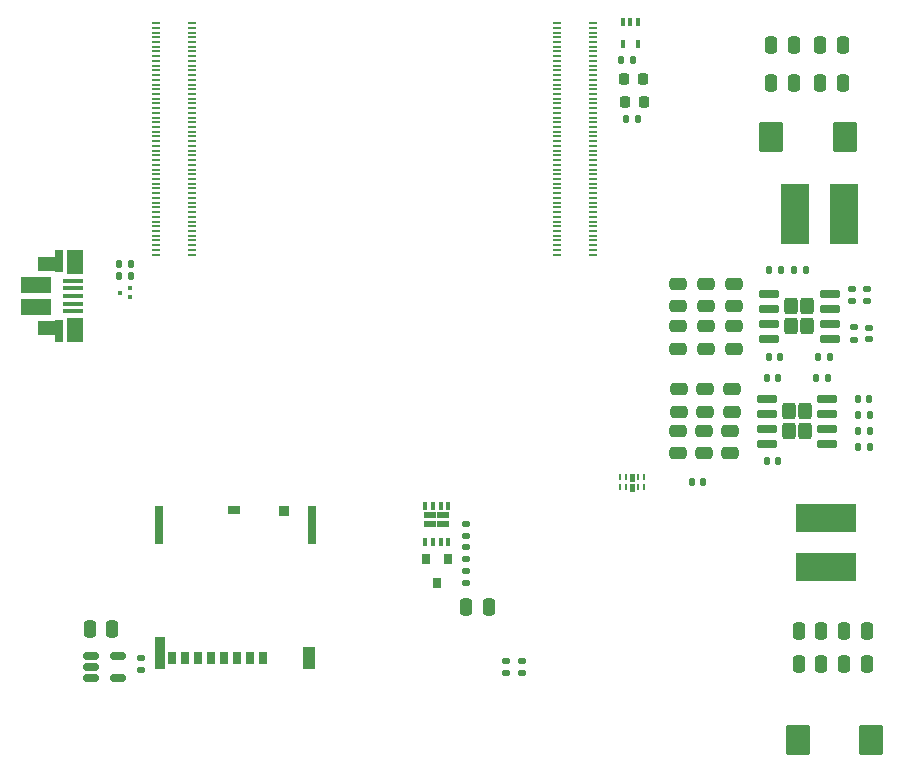
<source format=gtp>
%TF.GenerationSoftware,KiCad,Pcbnew,(5.99.0-11164-g062c4fda62)*%
%TF.CreationDate,2021-09-01T15:58:56+05:30*%
%TF.ProjectId,rpi-cm4-base-carrier,7270692d-636d-4342-9d62-6173652d6361,v01*%
%TF.SameCoordinates,Original*%
%TF.FileFunction,Paste,Top*%
%TF.FilePolarity,Positive*%
%FSLAX46Y46*%
G04 Gerber Fmt 4.6, Leading zero omitted, Abs format (unit mm)*
G04 Created by KiCad (PCBNEW (5.99.0-11164-g062c4fda62)) date 2021-09-01 15:58:56*
%MOMM*%
%LPD*%
G01*
G04 APERTURE LIST*
G04 Aperture macros list*
%AMRoundRect*
0 Rectangle with rounded corners*
0 $1 Rounding radius*
0 $2 $3 $4 $5 $6 $7 $8 $9 X,Y pos of 4 corners*
0 Add a 4 corners polygon primitive as box body*
4,1,4,$2,$3,$4,$5,$6,$7,$8,$9,$2,$3,0*
0 Add four circle primitives for the rounded corners*
1,1,$1+$1,$2,$3*
1,1,$1+$1,$4,$5*
1,1,$1+$1,$6,$7*
1,1,$1+$1,$8,$9*
0 Add four rect primitives between the rounded corners*
20,1,$1+$1,$2,$3,$4,$5,0*
20,1,$1+$1,$4,$5,$6,$7,0*
20,1,$1+$1,$6,$7,$8,$9,0*
20,1,$1+$1,$8,$9,$2,$3,0*%
G04 Aperture macros list end*
%ADD10C,0.010000*%
%ADD11RoundRect,0.250000X-0.475000X0.250000X-0.475000X-0.250000X0.475000X-0.250000X0.475000X0.250000X0*%
%ADD12RoundRect,0.140000X-0.170000X0.140000X-0.170000X-0.140000X0.170000X-0.140000X0.170000X0.140000X0*%
%ADD13RoundRect,0.135000X0.135000X0.185000X-0.135000X0.185000X-0.135000X-0.185000X0.135000X-0.185000X0*%
%ADD14R,0.300000X0.300000*%
%ADD15R,0.420000X0.700000*%
%ADD16R,1.000000X0.600000*%
%ADD17RoundRect,0.140000X-0.140000X-0.170000X0.140000X-0.170000X0.140000X0.170000X-0.140000X0.170000X0*%
%ADD18RoundRect,0.140000X0.170000X-0.140000X0.170000X0.140000X-0.170000X0.140000X-0.170000X-0.140000X0*%
%ADD19R,2.350000X5.100000*%
%ADD20RoundRect,0.135000X-0.185000X0.135000X-0.185000X-0.135000X0.185000X-0.135000X0.185000X0.135000X0*%
%ADD21RoundRect,0.250000X-0.315000X-0.460000X0.315000X-0.460000X0.315000X0.460000X-0.315000X0.460000X0*%
%ADD22RoundRect,0.150000X-0.737500X-0.150000X0.737500X-0.150000X0.737500X0.150000X-0.737500X0.150000X0*%
%ADD23RoundRect,0.135000X-0.135000X-0.185000X0.135000X-0.185000X0.135000X0.185000X-0.135000X0.185000X0*%
%ADD24RoundRect,0.250000X0.787500X1.025000X-0.787500X1.025000X-0.787500X-1.025000X0.787500X-1.025000X0*%
%ADD25RoundRect,0.250000X-0.250000X-0.475000X0.250000X-0.475000X0.250000X0.475000X-0.250000X0.475000X0*%
%ADD26RoundRect,0.135000X0.185000X-0.135000X0.185000X0.135000X-0.185000X0.135000X-0.185000X-0.135000X0*%
%ADD27RoundRect,0.250000X0.475000X-0.250000X0.475000X0.250000X-0.475000X0.250000X-0.475000X-0.250000X0*%
%ADD28RoundRect,0.250000X0.250000X0.475000X-0.250000X0.475000X-0.250000X-0.475000X0.250000X-0.475000X0*%
%ADD29RoundRect,0.218750X-0.218750X-0.256250X0.218750X-0.256250X0.218750X0.256250X-0.218750X0.256250X0*%
%ADD30R,5.100000X2.350000*%
%ADD31R,1.750000X0.400000*%
%ADD32R,2.500000X1.425000*%
%ADD33R,0.700000X1.825000*%
%ADD34R,1.400000X2.000000*%
%ADD35R,2.000000X1.300000*%
%ADD36RoundRect,0.140000X0.140000X0.170000X-0.140000X0.170000X-0.140000X-0.170000X0.140000X-0.170000X0*%
%ADD37RoundRect,0.150000X-0.512500X-0.150000X0.512500X-0.150000X0.512500X0.150000X-0.512500X0.150000X0*%
%ADD38R,0.200000X0.565000*%
%ADD39R,0.700000X1.100000*%
%ADD40R,0.900000X0.930000*%
%ADD41R,1.050000X0.780000*%
%ADD42R,0.700000X3.330000*%
%ADD43R,1.140000X1.830000*%
%ADD44R,0.860000X2.800000*%
%ADD45RoundRect,0.250000X-0.787500X-1.025000X0.787500X-1.025000X0.787500X1.025000X-0.787500X1.025000X0*%
%ADD46R,0.800000X0.900000*%
%ADD47R,0.400000X0.650000*%
%ADD48R,0.700000X0.200000*%
G04 APERTURE END LIST*
D10*
%TO.C,U6*%
X163770000Y-100545000D02*
X163770000Y-101010000D01*
X163770000Y-101010000D02*
X163770069Y-101012617D01*
X163770069Y-101012617D02*
X163770274Y-101015226D01*
X163770274Y-101015226D02*
X163770616Y-101017822D01*
X163770616Y-101017822D02*
X163771093Y-101020396D01*
X163771093Y-101020396D02*
X163771704Y-101022941D01*
X163771704Y-101022941D02*
X163772447Y-101025451D01*
X163772447Y-101025451D02*
X163773321Y-101027918D01*
X163773321Y-101027918D02*
X163774323Y-101030337D01*
X163774323Y-101030337D02*
X163775450Y-101032700D01*
X163775450Y-101032700D02*
X163776699Y-101035000D01*
X163776699Y-101035000D02*
X163778066Y-101037232D01*
X163778066Y-101037232D02*
X163779549Y-101039389D01*
X163779549Y-101039389D02*
X163781143Y-101041466D01*
X163781143Y-101041466D02*
X163782843Y-101043457D01*
X163782843Y-101043457D02*
X163784645Y-101045355D01*
X163784645Y-101045355D02*
X163786543Y-101047157D01*
X163786543Y-101047157D02*
X163788534Y-101048857D01*
X163788534Y-101048857D02*
X163790611Y-101050451D01*
X163790611Y-101050451D02*
X163792768Y-101051934D01*
X163792768Y-101051934D02*
X163795000Y-101053301D01*
X163795000Y-101053301D02*
X163797300Y-101054550D01*
X163797300Y-101054550D02*
X163799663Y-101055677D01*
X163799663Y-101055677D02*
X163802082Y-101056679D01*
X163802082Y-101056679D02*
X163804549Y-101057553D01*
X163804549Y-101057553D02*
X163807059Y-101058296D01*
X163807059Y-101058296D02*
X163809604Y-101058907D01*
X163809604Y-101058907D02*
X163812178Y-101059384D01*
X163812178Y-101059384D02*
X163814774Y-101059726D01*
X163814774Y-101059726D02*
X163817383Y-101059931D01*
X163817383Y-101059931D02*
X163820000Y-101060000D01*
X163820000Y-101060000D02*
X164082500Y-101060000D01*
X164082500Y-101060000D02*
X164084986Y-101059935D01*
X164084986Y-101059935D02*
X164087465Y-101059740D01*
X164087465Y-101059740D02*
X164089931Y-101059415D01*
X164089931Y-101059415D02*
X164092376Y-101058962D01*
X164092376Y-101058962D02*
X164094794Y-101058381D01*
X164094794Y-101058381D02*
X164097178Y-101057675D01*
X164097178Y-101057675D02*
X164099522Y-101056845D01*
X164099522Y-101056845D02*
X164101820Y-101055893D01*
X164101820Y-101055893D02*
X164104065Y-101054823D01*
X164104065Y-101054823D02*
X164106250Y-101053636D01*
X164106250Y-101053636D02*
X164108370Y-101052337D01*
X164108370Y-101052337D02*
X164110420Y-101050928D01*
X164110420Y-101050928D02*
X164112393Y-101049414D01*
X164112393Y-101049414D02*
X164114284Y-101047799D01*
X164114284Y-101047799D02*
X164116088Y-101046088D01*
X164116088Y-101046088D02*
X164117799Y-101044284D01*
X164117799Y-101044284D02*
X164119414Y-101042393D01*
X164119414Y-101042393D02*
X164120928Y-101040420D01*
X164120928Y-101040420D02*
X164122337Y-101038370D01*
X164122337Y-101038370D02*
X164123636Y-101036250D01*
X164123636Y-101036250D02*
X164124823Y-101034065D01*
X164124823Y-101034065D02*
X164125893Y-101031820D01*
X164125893Y-101031820D02*
X164126845Y-101029522D01*
X164126845Y-101029522D02*
X164127675Y-101027178D01*
X164127675Y-101027178D02*
X164128381Y-101024794D01*
X164128381Y-101024794D02*
X164128962Y-101022376D01*
X164128962Y-101022376D02*
X164129415Y-101019931D01*
X164129415Y-101019931D02*
X164129740Y-101017465D01*
X164129740Y-101017465D02*
X164129935Y-101014986D01*
X164129935Y-101014986D02*
X164130000Y-101012500D01*
X164130000Y-101012500D02*
X164130000Y-100545000D01*
X164130000Y-100545000D02*
X164129931Y-100542383D01*
X164129931Y-100542383D02*
X164129726Y-100539774D01*
X164129726Y-100539774D02*
X164129384Y-100537178D01*
X164129384Y-100537178D02*
X164128907Y-100534604D01*
X164128907Y-100534604D02*
X164128296Y-100532059D01*
X164128296Y-100532059D02*
X164127553Y-100529549D01*
X164127553Y-100529549D02*
X164126679Y-100527082D01*
X164126679Y-100527082D02*
X164125677Y-100524663D01*
X164125677Y-100524663D02*
X164124550Y-100522300D01*
X164124550Y-100522300D02*
X164123301Y-100520000D01*
X164123301Y-100520000D02*
X164121934Y-100517768D01*
X164121934Y-100517768D02*
X164120451Y-100515611D01*
X164120451Y-100515611D02*
X164118857Y-100513534D01*
X164118857Y-100513534D02*
X164117157Y-100511543D01*
X164117157Y-100511543D02*
X164115355Y-100509645D01*
X164115355Y-100509645D02*
X164113457Y-100507843D01*
X164113457Y-100507843D02*
X164111466Y-100506143D01*
X164111466Y-100506143D02*
X164109389Y-100504549D01*
X164109389Y-100504549D02*
X164107232Y-100503066D01*
X164107232Y-100503066D02*
X164105000Y-100501699D01*
X164105000Y-100501699D02*
X164102700Y-100500450D01*
X164102700Y-100500450D02*
X164100337Y-100499323D01*
X164100337Y-100499323D02*
X164097918Y-100498321D01*
X164097918Y-100498321D02*
X164095451Y-100497447D01*
X164095451Y-100497447D02*
X164092941Y-100496704D01*
X164092941Y-100496704D02*
X164090396Y-100496093D01*
X164090396Y-100496093D02*
X164087822Y-100495616D01*
X164087822Y-100495616D02*
X164085226Y-100495274D01*
X164085226Y-100495274D02*
X164082617Y-100495069D01*
X164082617Y-100495069D02*
X164080000Y-100495000D01*
X164080000Y-100495000D02*
X163820000Y-100495000D01*
X163820000Y-100495000D02*
X163817383Y-100495069D01*
X163817383Y-100495069D02*
X163814774Y-100495274D01*
X163814774Y-100495274D02*
X163812178Y-100495616D01*
X163812178Y-100495616D02*
X163809604Y-100496093D01*
X163809604Y-100496093D02*
X163807059Y-100496704D01*
X163807059Y-100496704D02*
X163804549Y-100497447D01*
X163804549Y-100497447D02*
X163802082Y-100498321D01*
X163802082Y-100498321D02*
X163799663Y-100499323D01*
X163799663Y-100499323D02*
X163797300Y-100500450D01*
X163797300Y-100500450D02*
X163795000Y-100501699D01*
X163795000Y-100501699D02*
X163792768Y-100503066D01*
X163792768Y-100503066D02*
X163790611Y-100504549D01*
X163790611Y-100504549D02*
X163788534Y-100506143D01*
X163788534Y-100506143D02*
X163786543Y-100507843D01*
X163786543Y-100507843D02*
X163784645Y-100509645D01*
X163784645Y-100509645D02*
X163782843Y-100511543D01*
X163782843Y-100511543D02*
X163781143Y-100513534D01*
X163781143Y-100513534D02*
X163779549Y-100515611D01*
X163779549Y-100515611D02*
X163778066Y-100517768D01*
X163778066Y-100517768D02*
X163776699Y-100520000D01*
X163776699Y-100520000D02*
X163775450Y-100522300D01*
X163775450Y-100522300D02*
X163774323Y-100524663D01*
X163774323Y-100524663D02*
X163773321Y-100527082D01*
X163773321Y-100527082D02*
X163772447Y-100529549D01*
X163772447Y-100529549D02*
X163771704Y-100532059D01*
X163771704Y-100532059D02*
X163771093Y-100534604D01*
X163771093Y-100534604D02*
X163770616Y-100537178D01*
X163770616Y-100537178D02*
X163770274Y-100539774D01*
X163770274Y-100539774D02*
X163770069Y-100542383D01*
X163770069Y-100542383D02*
X163770000Y-100545000D01*
X163770000Y-100545000D02*
X163770000Y-100545000D01*
G36*
X164082617Y-100495069D02*
G01*
X164085226Y-100495274D01*
X164087822Y-100495616D01*
X164090396Y-100496093D01*
X164092941Y-100496704D01*
X164095451Y-100497447D01*
X164097918Y-100498321D01*
X164100337Y-100499323D01*
X164102700Y-100500450D01*
X164105000Y-100501699D01*
X164107232Y-100503066D01*
X164109389Y-100504549D01*
X164111466Y-100506143D01*
X164113457Y-100507843D01*
X164115355Y-100509645D01*
X164117157Y-100511543D01*
X164118857Y-100513534D01*
X164120451Y-100515611D01*
X164121934Y-100517768D01*
X164123301Y-100520000D01*
X164124550Y-100522300D01*
X164125677Y-100524663D01*
X164126679Y-100527082D01*
X164127553Y-100529549D01*
X164128296Y-100532059D01*
X164128907Y-100534604D01*
X164129384Y-100537178D01*
X164129726Y-100539774D01*
X164129931Y-100542383D01*
X164130000Y-100545000D01*
X164130000Y-101012500D01*
X164129935Y-101014986D01*
X164129740Y-101017465D01*
X164129415Y-101019931D01*
X164128962Y-101022376D01*
X164128381Y-101024794D01*
X164127675Y-101027178D01*
X164126845Y-101029522D01*
X164125893Y-101031820D01*
X164124823Y-101034065D01*
X164123636Y-101036250D01*
X164122337Y-101038370D01*
X164120928Y-101040420D01*
X164119414Y-101042393D01*
X164117799Y-101044284D01*
X164116088Y-101046088D01*
X164114284Y-101047799D01*
X164112393Y-101049414D01*
X164110420Y-101050928D01*
X164108370Y-101052337D01*
X164106250Y-101053636D01*
X164104065Y-101054823D01*
X164101820Y-101055893D01*
X164099522Y-101056845D01*
X164097178Y-101057675D01*
X164094794Y-101058381D01*
X164092376Y-101058962D01*
X164089931Y-101059415D01*
X164087465Y-101059740D01*
X164084986Y-101059935D01*
X164082500Y-101060000D01*
X163820000Y-101060000D01*
X163817383Y-101059931D01*
X163814774Y-101059726D01*
X163812178Y-101059384D01*
X163809604Y-101058907D01*
X163807059Y-101058296D01*
X163804549Y-101057553D01*
X163802082Y-101056679D01*
X163799663Y-101055677D01*
X163797300Y-101054550D01*
X163795000Y-101053301D01*
X163792768Y-101051934D01*
X163790611Y-101050451D01*
X163788534Y-101048857D01*
X163786543Y-101047157D01*
X163784645Y-101045355D01*
X163782843Y-101043457D01*
X163781143Y-101041466D01*
X163779549Y-101039389D01*
X163778066Y-101037232D01*
X163776699Y-101035000D01*
X163775450Y-101032700D01*
X163774323Y-101030337D01*
X163773321Y-101027918D01*
X163772447Y-101025451D01*
X163771704Y-101022941D01*
X163771093Y-101020396D01*
X163770616Y-101017822D01*
X163770274Y-101015226D01*
X163770069Y-101012617D01*
X163770000Y-101010000D01*
X163770000Y-100545000D01*
X163770069Y-100542383D01*
X163770274Y-100539774D01*
X163770616Y-100537178D01*
X163771093Y-100534604D01*
X163771704Y-100532059D01*
X163772447Y-100529549D01*
X163773321Y-100527082D01*
X163774323Y-100524663D01*
X163775450Y-100522300D01*
X163776699Y-100520000D01*
X163778066Y-100517768D01*
X163779549Y-100515611D01*
X163781143Y-100513534D01*
X163782843Y-100511543D01*
X163784645Y-100509645D01*
X163786543Y-100507843D01*
X163788534Y-100506143D01*
X163790611Y-100504549D01*
X163792768Y-100503066D01*
X163795000Y-100501699D01*
X163797300Y-100500450D01*
X163799663Y-100499323D01*
X163802082Y-100498321D01*
X163804549Y-100497447D01*
X163807059Y-100496704D01*
X163809604Y-100496093D01*
X163812178Y-100495616D01*
X163814774Y-100495274D01*
X163817383Y-100495069D01*
X163820000Y-100495000D01*
X164080000Y-100495000D01*
X164082617Y-100495069D01*
G37*
X164082617Y-100495069D02*
X164085226Y-100495274D01*
X164087822Y-100495616D01*
X164090396Y-100496093D01*
X164092941Y-100496704D01*
X164095451Y-100497447D01*
X164097918Y-100498321D01*
X164100337Y-100499323D01*
X164102700Y-100500450D01*
X164105000Y-100501699D01*
X164107232Y-100503066D01*
X164109389Y-100504549D01*
X164111466Y-100506143D01*
X164113457Y-100507843D01*
X164115355Y-100509645D01*
X164117157Y-100511543D01*
X164118857Y-100513534D01*
X164120451Y-100515611D01*
X164121934Y-100517768D01*
X164123301Y-100520000D01*
X164124550Y-100522300D01*
X164125677Y-100524663D01*
X164126679Y-100527082D01*
X164127553Y-100529549D01*
X164128296Y-100532059D01*
X164128907Y-100534604D01*
X164129384Y-100537178D01*
X164129726Y-100539774D01*
X164129931Y-100542383D01*
X164130000Y-100545000D01*
X164130000Y-101012500D01*
X164129935Y-101014986D01*
X164129740Y-101017465D01*
X164129415Y-101019931D01*
X164128962Y-101022376D01*
X164128381Y-101024794D01*
X164127675Y-101027178D01*
X164126845Y-101029522D01*
X164125893Y-101031820D01*
X164124823Y-101034065D01*
X164123636Y-101036250D01*
X164122337Y-101038370D01*
X164120928Y-101040420D01*
X164119414Y-101042393D01*
X164117799Y-101044284D01*
X164116088Y-101046088D01*
X164114284Y-101047799D01*
X164112393Y-101049414D01*
X164110420Y-101050928D01*
X164108370Y-101052337D01*
X164106250Y-101053636D01*
X164104065Y-101054823D01*
X164101820Y-101055893D01*
X164099522Y-101056845D01*
X164097178Y-101057675D01*
X164094794Y-101058381D01*
X164092376Y-101058962D01*
X164089931Y-101059415D01*
X164087465Y-101059740D01*
X164084986Y-101059935D01*
X164082500Y-101060000D01*
X163820000Y-101060000D01*
X163817383Y-101059931D01*
X163814774Y-101059726D01*
X163812178Y-101059384D01*
X163809604Y-101058907D01*
X163807059Y-101058296D01*
X163804549Y-101057553D01*
X163802082Y-101056679D01*
X163799663Y-101055677D01*
X163797300Y-101054550D01*
X163795000Y-101053301D01*
X163792768Y-101051934D01*
X163790611Y-101050451D01*
X163788534Y-101048857D01*
X163786543Y-101047157D01*
X163784645Y-101045355D01*
X163782843Y-101043457D01*
X163781143Y-101041466D01*
X163779549Y-101039389D01*
X163778066Y-101037232D01*
X163776699Y-101035000D01*
X163775450Y-101032700D01*
X163774323Y-101030337D01*
X163773321Y-101027918D01*
X163772447Y-101025451D01*
X163771704Y-101022941D01*
X163771093Y-101020396D01*
X163770616Y-101017822D01*
X163770274Y-101015226D01*
X163770069Y-101012617D01*
X163770000Y-101010000D01*
X163770000Y-100545000D01*
X163770069Y-100542383D01*
X163770274Y-100539774D01*
X163770616Y-100537178D01*
X163771093Y-100534604D01*
X163771704Y-100532059D01*
X163772447Y-100529549D01*
X163773321Y-100527082D01*
X163774323Y-100524663D01*
X163775450Y-100522300D01*
X163776699Y-100520000D01*
X163778066Y-100517768D01*
X163779549Y-100515611D01*
X163781143Y-100513534D01*
X163782843Y-100511543D01*
X163784645Y-100509645D01*
X163786543Y-100507843D01*
X163788534Y-100506143D01*
X163790611Y-100504549D01*
X163792768Y-100503066D01*
X163795000Y-100501699D01*
X163797300Y-100500450D01*
X163799663Y-100499323D01*
X163802082Y-100498321D01*
X163804549Y-100497447D01*
X163807059Y-100496704D01*
X163809604Y-100496093D01*
X163812178Y-100495616D01*
X163814774Y-100495274D01*
X163817383Y-100495069D01*
X163820000Y-100495000D01*
X164080000Y-100495000D01*
X164082617Y-100495069D01*
X163770000Y-99710000D02*
X163770000Y-100175000D01*
X163770000Y-100175000D02*
X163770069Y-100177617D01*
X163770069Y-100177617D02*
X163770274Y-100180226D01*
X163770274Y-100180226D02*
X163770616Y-100182822D01*
X163770616Y-100182822D02*
X163771093Y-100185396D01*
X163771093Y-100185396D02*
X163771704Y-100187941D01*
X163771704Y-100187941D02*
X163772447Y-100190451D01*
X163772447Y-100190451D02*
X163773321Y-100192918D01*
X163773321Y-100192918D02*
X163774323Y-100195337D01*
X163774323Y-100195337D02*
X163775450Y-100197700D01*
X163775450Y-100197700D02*
X163776699Y-100200000D01*
X163776699Y-100200000D02*
X163778066Y-100202232D01*
X163778066Y-100202232D02*
X163779549Y-100204389D01*
X163779549Y-100204389D02*
X163781143Y-100206466D01*
X163781143Y-100206466D02*
X163782843Y-100208457D01*
X163782843Y-100208457D02*
X163784645Y-100210355D01*
X163784645Y-100210355D02*
X163786543Y-100212157D01*
X163786543Y-100212157D02*
X163788534Y-100213857D01*
X163788534Y-100213857D02*
X163790611Y-100215451D01*
X163790611Y-100215451D02*
X163792768Y-100216934D01*
X163792768Y-100216934D02*
X163795000Y-100218301D01*
X163795000Y-100218301D02*
X163797300Y-100219550D01*
X163797300Y-100219550D02*
X163799663Y-100220677D01*
X163799663Y-100220677D02*
X163802082Y-100221679D01*
X163802082Y-100221679D02*
X163804549Y-100222553D01*
X163804549Y-100222553D02*
X163807059Y-100223296D01*
X163807059Y-100223296D02*
X163809604Y-100223907D01*
X163809604Y-100223907D02*
X163812178Y-100224384D01*
X163812178Y-100224384D02*
X163814774Y-100224726D01*
X163814774Y-100224726D02*
X163817383Y-100224931D01*
X163817383Y-100224931D02*
X163820000Y-100225000D01*
X163820000Y-100225000D02*
X164082500Y-100225000D01*
X164082500Y-100225000D02*
X164084986Y-100224935D01*
X164084986Y-100224935D02*
X164087465Y-100224740D01*
X164087465Y-100224740D02*
X164089931Y-100224415D01*
X164089931Y-100224415D02*
X164092376Y-100223962D01*
X164092376Y-100223962D02*
X164094794Y-100223381D01*
X164094794Y-100223381D02*
X164097178Y-100222675D01*
X164097178Y-100222675D02*
X164099522Y-100221845D01*
X164099522Y-100221845D02*
X164101820Y-100220893D01*
X164101820Y-100220893D02*
X164104065Y-100219823D01*
X164104065Y-100219823D02*
X164106250Y-100218636D01*
X164106250Y-100218636D02*
X164108370Y-100217337D01*
X164108370Y-100217337D02*
X164110420Y-100215928D01*
X164110420Y-100215928D02*
X164112393Y-100214414D01*
X164112393Y-100214414D02*
X164114284Y-100212799D01*
X164114284Y-100212799D02*
X164116088Y-100211088D01*
X164116088Y-100211088D02*
X164117799Y-100209284D01*
X164117799Y-100209284D02*
X164119414Y-100207393D01*
X164119414Y-100207393D02*
X164120928Y-100205420D01*
X164120928Y-100205420D02*
X164122337Y-100203370D01*
X164122337Y-100203370D02*
X164123636Y-100201250D01*
X164123636Y-100201250D02*
X164124823Y-100199065D01*
X164124823Y-100199065D02*
X164125893Y-100196820D01*
X164125893Y-100196820D02*
X164126845Y-100194522D01*
X164126845Y-100194522D02*
X164127675Y-100192178D01*
X164127675Y-100192178D02*
X164128381Y-100189794D01*
X164128381Y-100189794D02*
X164128962Y-100187376D01*
X164128962Y-100187376D02*
X164129415Y-100184931D01*
X164129415Y-100184931D02*
X164129740Y-100182465D01*
X164129740Y-100182465D02*
X164129935Y-100179986D01*
X164129935Y-100179986D02*
X164130000Y-100177500D01*
X164130000Y-100177500D02*
X164130000Y-99710000D01*
X164130000Y-99710000D02*
X164129931Y-99707383D01*
X164129931Y-99707383D02*
X164129726Y-99704774D01*
X164129726Y-99704774D02*
X164129384Y-99702178D01*
X164129384Y-99702178D02*
X164128907Y-99699604D01*
X164128907Y-99699604D02*
X164128296Y-99697059D01*
X164128296Y-99697059D02*
X164127553Y-99694549D01*
X164127553Y-99694549D02*
X164126679Y-99692082D01*
X164126679Y-99692082D02*
X164125677Y-99689663D01*
X164125677Y-99689663D02*
X164124550Y-99687300D01*
X164124550Y-99687300D02*
X164123301Y-99685000D01*
X164123301Y-99685000D02*
X164121934Y-99682768D01*
X164121934Y-99682768D02*
X164120451Y-99680611D01*
X164120451Y-99680611D02*
X164118857Y-99678534D01*
X164118857Y-99678534D02*
X164117157Y-99676543D01*
X164117157Y-99676543D02*
X164115355Y-99674645D01*
X164115355Y-99674645D02*
X164113457Y-99672843D01*
X164113457Y-99672843D02*
X164111466Y-99671143D01*
X164111466Y-99671143D02*
X164109389Y-99669549D01*
X164109389Y-99669549D02*
X164107232Y-99668066D01*
X164107232Y-99668066D02*
X164105000Y-99666699D01*
X164105000Y-99666699D02*
X164102700Y-99665450D01*
X164102700Y-99665450D02*
X164100337Y-99664323D01*
X164100337Y-99664323D02*
X164097918Y-99663321D01*
X164097918Y-99663321D02*
X164095451Y-99662447D01*
X164095451Y-99662447D02*
X164092941Y-99661704D01*
X164092941Y-99661704D02*
X164090396Y-99661093D01*
X164090396Y-99661093D02*
X164087822Y-99660616D01*
X164087822Y-99660616D02*
X164085226Y-99660274D01*
X164085226Y-99660274D02*
X164082617Y-99660069D01*
X164082617Y-99660069D02*
X164080000Y-99660000D01*
X164080000Y-99660000D02*
X163820000Y-99660000D01*
X163820000Y-99660000D02*
X163817383Y-99660069D01*
X163817383Y-99660069D02*
X163814774Y-99660274D01*
X163814774Y-99660274D02*
X163812178Y-99660616D01*
X163812178Y-99660616D02*
X163809604Y-99661093D01*
X163809604Y-99661093D02*
X163807059Y-99661704D01*
X163807059Y-99661704D02*
X163804549Y-99662447D01*
X163804549Y-99662447D02*
X163802082Y-99663321D01*
X163802082Y-99663321D02*
X163799663Y-99664323D01*
X163799663Y-99664323D02*
X163797300Y-99665450D01*
X163797300Y-99665450D02*
X163795000Y-99666699D01*
X163795000Y-99666699D02*
X163792768Y-99668066D01*
X163792768Y-99668066D02*
X163790611Y-99669549D01*
X163790611Y-99669549D02*
X163788534Y-99671143D01*
X163788534Y-99671143D02*
X163786543Y-99672843D01*
X163786543Y-99672843D02*
X163784645Y-99674645D01*
X163784645Y-99674645D02*
X163782843Y-99676543D01*
X163782843Y-99676543D02*
X163781143Y-99678534D01*
X163781143Y-99678534D02*
X163779549Y-99680611D01*
X163779549Y-99680611D02*
X163778066Y-99682768D01*
X163778066Y-99682768D02*
X163776699Y-99685000D01*
X163776699Y-99685000D02*
X163775450Y-99687300D01*
X163775450Y-99687300D02*
X163774323Y-99689663D01*
X163774323Y-99689663D02*
X163773321Y-99692082D01*
X163773321Y-99692082D02*
X163772447Y-99694549D01*
X163772447Y-99694549D02*
X163771704Y-99697059D01*
X163771704Y-99697059D02*
X163771093Y-99699604D01*
X163771093Y-99699604D02*
X163770616Y-99702178D01*
X163770616Y-99702178D02*
X163770274Y-99704774D01*
X163770274Y-99704774D02*
X163770069Y-99707383D01*
X163770069Y-99707383D02*
X163770000Y-99710000D01*
X163770000Y-99710000D02*
X163770000Y-99710000D01*
G36*
X164082617Y-99660069D02*
G01*
X164085226Y-99660274D01*
X164087822Y-99660616D01*
X164090396Y-99661093D01*
X164092941Y-99661704D01*
X164095451Y-99662447D01*
X164097918Y-99663321D01*
X164100337Y-99664323D01*
X164102700Y-99665450D01*
X164105000Y-99666699D01*
X164107232Y-99668066D01*
X164109389Y-99669549D01*
X164111466Y-99671143D01*
X164113457Y-99672843D01*
X164115355Y-99674645D01*
X164117157Y-99676543D01*
X164118857Y-99678534D01*
X164120451Y-99680611D01*
X164121934Y-99682768D01*
X164123301Y-99685000D01*
X164124550Y-99687300D01*
X164125677Y-99689663D01*
X164126679Y-99692082D01*
X164127553Y-99694549D01*
X164128296Y-99697059D01*
X164128907Y-99699604D01*
X164129384Y-99702178D01*
X164129726Y-99704774D01*
X164129931Y-99707383D01*
X164130000Y-99710000D01*
X164130000Y-100177500D01*
X164129935Y-100179986D01*
X164129740Y-100182465D01*
X164129415Y-100184931D01*
X164128962Y-100187376D01*
X164128381Y-100189794D01*
X164127675Y-100192178D01*
X164126845Y-100194522D01*
X164125893Y-100196820D01*
X164124823Y-100199065D01*
X164123636Y-100201250D01*
X164122337Y-100203370D01*
X164120928Y-100205420D01*
X164119414Y-100207393D01*
X164117799Y-100209284D01*
X164116088Y-100211088D01*
X164114284Y-100212799D01*
X164112393Y-100214414D01*
X164110420Y-100215928D01*
X164108370Y-100217337D01*
X164106250Y-100218636D01*
X164104065Y-100219823D01*
X164101820Y-100220893D01*
X164099522Y-100221845D01*
X164097178Y-100222675D01*
X164094794Y-100223381D01*
X164092376Y-100223962D01*
X164089931Y-100224415D01*
X164087465Y-100224740D01*
X164084986Y-100224935D01*
X164082500Y-100225000D01*
X163820000Y-100225000D01*
X163817383Y-100224931D01*
X163814774Y-100224726D01*
X163812178Y-100224384D01*
X163809604Y-100223907D01*
X163807059Y-100223296D01*
X163804549Y-100222553D01*
X163802082Y-100221679D01*
X163799663Y-100220677D01*
X163797300Y-100219550D01*
X163795000Y-100218301D01*
X163792768Y-100216934D01*
X163790611Y-100215451D01*
X163788534Y-100213857D01*
X163786543Y-100212157D01*
X163784645Y-100210355D01*
X163782843Y-100208457D01*
X163781143Y-100206466D01*
X163779549Y-100204389D01*
X163778066Y-100202232D01*
X163776699Y-100200000D01*
X163775450Y-100197700D01*
X163774323Y-100195337D01*
X163773321Y-100192918D01*
X163772447Y-100190451D01*
X163771704Y-100187941D01*
X163771093Y-100185396D01*
X163770616Y-100182822D01*
X163770274Y-100180226D01*
X163770069Y-100177617D01*
X163770000Y-100175000D01*
X163770000Y-99710000D01*
X163770069Y-99707383D01*
X163770274Y-99704774D01*
X163770616Y-99702178D01*
X163771093Y-99699604D01*
X163771704Y-99697059D01*
X163772447Y-99694549D01*
X163773321Y-99692082D01*
X163774323Y-99689663D01*
X163775450Y-99687300D01*
X163776699Y-99685000D01*
X163778066Y-99682768D01*
X163779549Y-99680611D01*
X163781143Y-99678534D01*
X163782843Y-99676543D01*
X163784645Y-99674645D01*
X163786543Y-99672843D01*
X163788534Y-99671143D01*
X163790611Y-99669549D01*
X163792768Y-99668066D01*
X163795000Y-99666699D01*
X163797300Y-99665450D01*
X163799663Y-99664323D01*
X163802082Y-99663321D01*
X163804549Y-99662447D01*
X163807059Y-99661704D01*
X163809604Y-99661093D01*
X163812178Y-99660616D01*
X163814774Y-99660274D01*
X163817383Y-99660069D01*
X163820000Y-99660000D01*
X164080000Y-99660000D01*
X164082617Y-99660069D01*
G37*
X164082617Y-99660069D02*
X164085226Y-99660274D01*
X164087822Y-99660616D01*
X164090396Y-99661093D01*
X164092941Y-99661704D01*
X164095451Y-99662447D01*
X164097918Y-99663321D01*
X164100337Y-99664323D01*
X164102700Y-99665450D01*
X164105000Y-99666699D01*
X164107232Y-99668066D01*
X164109389Y-99669549D01*
X164111466Y-99671143D01*
X164113457Y-99672843D01*
X164115355Y-99674645D01*
X164117157Y-99676543D01*
X164118857Y-99678534D01*
X164120451Y-99680611D01*
X164121934Y-99682768D01*
X164123301Y-99685000D01*
X164124550Y-99687300D01*
X164125677Y-99689663D01*
X164126679Y-99692082D01*
X164127553Y-99694549D01*
X164128296Y-99697059D01*
X164128907Y-99699604D01*
X164129384Y-99702178D01*
X164129726Y-99704774D01*
X164129931Y-99707383D01*
X164130000Y-99710000D01*
X164130000Y-100177500D01*
X164129935Y-100179986D01*
X164129740Y-100182465D01*
X164129415Y-100184931D01*
X164128962Y-100187376D01*
X164128381Y-100189794D01*
X164127675Y-100192178D01*
X164126845Y-100194522D01*
X164125893Y-100196820D01*
X164124823Y-100199065D01*
X164123636Y-100201250D01*
X164122337Y-100203370D01*
X164120928Y-100205420D01*
X164119414Y-100207393D01*
X164117799Y-100209284D01*
X164116088Y-100211088D01*
X164114284Y-100212799D01*
X164112393Y-100214414D01*
X164110420Y-100215928D01*
X164108370Y-100217337D01*
X164106250Y-100218636D01*
X164104065Y-100219823D01*
X164101820Y-100220893D01*
X164099522Y-100221845D01*
X164097178Y-100222675D01*
X164094794Y-100223381D01*
X164092376Y-100223962D01*
X164089931Y-100224415D01*
X164087465Y-100224740D01*
X164084986Y-100224935D01*
X164082500Y-100225000D01*
X163820000Y-100225000D01*
X163817383Y-100224931D01*
X163814774Y-100224726D01*
X163812178Y-100224384D01*
X163809604Y-100223907D01*
X163807059Y-100223296D01*
X163804549Y-100222553D01*
X163802082Y-100221679D01*
X163799663Y-100220677D01*
X163797300Y-100219550D01*
X163795000Y-100218301D01*
X163792768Y-100216934D01*
X163790611Y-100215451D01*
X163788534Y-100213857D01*
X163786543Y-100212157D01*
X163784645Y-100210355D01*
X163782843Y-100208457D01*
X163781143Y-100206466D01*
X163779549Y-100204389D01*
X163778066Y-100202232D01*
X163776699Y-100200000D01*
X163775450Y-100197700D01*
X163774323Y-100195337D01*
X163773321Y-100192918D01*
X163772447Y-100190451D01*
X163771704Y-100187941D01*
X163771093Y-100185396D01*
X163770616Y-100182822D01*
X163770274Y-100180226D01*
X163770069Y-100177617D01*
X163770000Y-100175000D01*
X163770000Y-99710000D01*
X163770069Y-99707383D01*
X163770274Y-99704774D01*
X163770616Y-99702178D01*
X163771093Y-99699604D01*
X163771704Y-99697059D01*
X163772447Y-99694549D01*
X163773321Y-99692082D01*
X163774323Y-99689663D01*
X163775450Y-99687300D01*
X163776699Y-99685000D01*
X163778066Y-99682768D01*
X163779549Y-99680611D01*
X163781143Y-99678534D01*
X163782843Y-99676543D01*
X163784645Y-99674645D01*
X163786543Y-99672843D01*
X163788534Y-99671143D01*
X163790611Y-99669549D01*
X163792768Y-99668066D01*
X163795000Y-99666699D01*
X163797300Y-99665450D01*
X163799663Y-99664323D01*
X163802082Y-99663321D01*
X163804549Y-99662447D01*
X163807059Y-99661704D01*
X163809604Y-99661093D01*
X163812178Y-99660616D01*
X163814774Y-99660274D01*
X163817383Y-99660069D01*
X163820000Y-99660000D01*
X164080000Y-99660000D01*
X164082617Y-99660069D01*
%TD*%
D11*
%TO.C,C9*%
X170220000Y-87150000D03*
X170220000Y-89050000D03*
%TD*%
D12*
%TO.C,C22*%
X184010000Y-87270000D03*
X184010000Y-88230000D03*
%TD*%
D13*
%TO.C,R7*%
X180520000Y-91500000D03*
X179500000Y-91500000D03*
%TD*%
D14*
%TO.C,U2*%
X121424556Y-84634089D03*
X121424556Y-83934089D03*
X120574556Y-84284089D03*
%TD*%
D15*
%TO.C,Q1*%
X148387500Y-102375000D03*
X147737500Y-102375000D03*
X147087500Y-102375000D03*
D16*
X147977500Y-103855000D03*
X146847500Y-103145000D03*
X147977500Y-103145000D03*
D15*
X146437500Y-102375000D03*
D16*
X146847500Y-103855000D03*
D15*
X146437500Y-105375000D03*
X147087500Y-105375000D03*
X147737500Y-105375000D03*
X148387500Y-105375000D03*
%TD*%
D13*
%TO.C,R4*%
X121519556Y-81894089D03*
X120499556Y-81894089D03*
%TD*%
D17*
%TO.C,C15*%
X175540000Y-89740000D03*
X176500000Y-89740000D03*
%TD*%
D18*
%TO.C,C12*%
X149912500Y-108855000D03*
X149912500Y-107895000D03*
%TD*%
D19*
%TO.C,L1*%
X177735000Y-77640000D03*
X181885000Y-77640000D03*
%TD*%
D20*
%TO.C,R9*%
X182700000Y-87240000D03*
X182700000Y-88260000D03*
%TD*%
D21*
%TO.C,U3*%
X177440000Y-85430000D03*
X178800000Y-85430000D03*
X177440000Y-87130000D03*
X178800000Y-87130000D03*
D22*
X175557500Y-84375000D03*
X175557500Y-85645000D03*
X175557500Y-86915000D03*
X175557500Y-88185000D03*
X180682500Y-88185000D03*
X180682500Y-86915000D03*
X180682500Y-85645000D03*
X180682500Y-84375000D03*
%TD*%
D23*
%TO.C,R3*%
X120499556Y-82874089D03*
X121519556Y-82874089D03*
%TD*%
%TO.C,R1*%
X163440000Y-69570000D03*
X164460000Y-69570000D03*
%TD*%
D24*
%TO.C,C30*%
X181950000Y-71120000D03*
X175725000Y-71120000D03*
%TD*%
D12*
%TO.C,C20*%
X182530000Y-84020000D03*
X182530000Y-84980000D03*
%TD*%
D11*
%TO.C,C16*%
X167880000Y-95995000D03*
X167880000Y-97895000D03*
%TD*%
D25*
%TO.C,C26*%
X181927500Y-112972500D03*
X183827500Y-112972500D03*
%TD*%
D26*
%TO.C,R16*%
X154670000Y-116530000D03*
X154670000Y-115510000D03*
%TD*%
D11*
%TO.C,C11*%
X167870000Y-87150000D03*
X167870000Y-89050000D03*
%TD*%
D27*
%TO.C,C1*%
X167840000Y-85440000D03*
X167840000Y-83540000D03*
%TD*%
D17*
%TO.C,C34*%
X169030000Y-100310000D03*
X169990000Y-100310000D03*
%TD*%
D28*
%TO.C,C24*%
X177630000Y-63320000D03*
X175730000Y-63320000D03*
%TD*%
D26*
%TO.C,R5*%
X149912500Y-106885000D03*
X149912500Y-105865000D03*
%TD*%
D13*
%TO.C,R6*%
X178660000Y-82350000D03*
X177640000Y-82350000D03*
%TD*%
D29*
%TO.C,D1*%
X163350000Y-68170000D03*
X164925000Y-68170000D03*
%TD*%
D23*
%TO.C,R11*%
X183060000Y-94625000D03*
X184080000Y-94625000D03*
%TD*%
D11*
%TO.C,C7*%
X172570000Y-87150000D03*
X172570000Y-89050000D03*
%TD*%
D20*
%TO.C,R14*%
X122350000Y-115260000D03*
X122350000Y-116280000D03*
%TD*%
D27*
%TO.C,C5*%
X172540000Y-85440000D03*
X172540000Y-83540000D03*
%TD*%
D17*
%TO.C,C19*%
X175360000Y-98570000D03*
X176320000Y-98570000D03*
%TD*%
D25*
%TO.C,C33*%
X118020000Y-112750000D03*
X119920000Y-112750000D03*
%TD*%
D13*
%TO.C,R2*%
X164060000Y-64570000D03*
X163040000Y-64570000D03*
%TD*%
D28*
%TO.C,C23*%
X177630000Y-66520000D03*
X175730000Y-66520000D03*
%TD*%
D23*
%TO.C,R13*%
X183060000Y-96005000D03*
X184080000Y-96005000D03*
%TD*%
D13*
%TO.C,R12*%
X184080000Y-97385000D03*
X183060000Y-97385000D03*
%TD*%
D30*
%TO.C,L2*%
X180397500Y-103332500D03*
X180397500Y-107482500D03*
%TD*%
D13*
%TO.C,R10*%
X180680000Y-89740000D03*
X179660000Y-89740000D03*
%TD*%
D31*
%TO.C,J2*%
X116579556Y-83274089D03*
X116579556Y-83924089D03*
X116579556Y-84574089D03*
X116579556Y-85224089D03*
X116579556Y-85874089D03*
D32*
X113509556Y-85536589D03*
D33*
X115459556Y-87561589D03*
D34*
X116819556Y-87474089D03*
D33*
X115459556Y-81586589D03*
D34*
X116819556Y-81724089D03*
D35*
X114689556Y-87299089D03*
X114689556Y-81849089D03*
D32*
X113509556Y-83611589D03*
%TD*%
D36*
%TO.C,C21*%
X184050000Y-93255000D03*
X183090000Y-93255000D03*
%TD*%
%TO.C,C18*%
X176340000Y-91500000D03*
X175380000Y-91500000D03*
%TD*%
D37*
%TO.C,U5*%
X118150000Y-115020000D03*
X118150000Y-115970000D03*
X118150000Y-116920000D03*
X120425000Y-116920000D03*
X120425000Y-115020000D03*
%TD*%
D38*
%TO.C,U6*%
X164950000Y-99942500D03*
X164450000Y-99942500D03*
X163450000Y-99942500D03*
X162950000Y-99942500D03*
X162950000Y-100777500D03*
X163450000Y-100777500D03*
X164450000Y-100777500D03*
X164950000Y-100777500D03*
%TD*%
D21*
%TO.C,U4*%
X177250000Y-94335000D03*
X178610000Y-96035000D03*
X177250000Y-96035000D03*
X178610000Y-94335000D03*
D22*
X175367500Y-93280000D03*
X175367500Y-94550000D03*
X175367500Y-95820000D03*
X175367500Y-97090000D03*
X180492500Y-97090000D03*
X180492500Y-95820000D03*
X180492500Y-94550000D03*
X180492500Y-93280000D03*
%TD*%
D12*
%TO.C,C3*%
X149912500Y-103895000D03*
X149912500Y-104855000D03*
%TD*%
D26*
%TO.C,R15*%
X153300000Y-116530000D03*
X153300000Y-115510000D03*
%TD*%
D27*
%TO.C,C8*%
X172370000Y-94375000D03*
X172370000Y-92475000D03*
%TD*%
%TO.C,C2*%
X170190000Y-85440000D03*
X170190000Y-83540000D03*
%TD*%
D25*
%TO.C,C17*%
X149920000Y-110875000D03*
X151820000Y-110875000D03*
%TD*%
D39*
%TO.C,J5*%
X132730000Y-115262500D03*
X131630000Y-115262500D03*
X130530000Y-115262500D03*
X129430000Y-115262500D03*
X128330000Y-115262500D03*
X127230000Y-115262500D03*
X126130000Y-115262500D03*
X125030000Y-115262500D03*
D40*
X134520000Y-102797500D03*
D41*
X130255000Y-102722500D03*
D42*
X136830000Y-103997500D03*
D43*
X136610000Y-115247500D03*
D44*
X123950000Y-114762500D03*
D42*
X123870000Y-103997500D03*
%TD*%
D27*
%TO.C,C6*%
X170150000Y-94375000D03*
X170150000Y-92475000D03*
%TD*%
D45*
%TO.C,C32*%
X177970000Y-122210000D03*
X184195000Y-122210000D03*
%TD*%
D25*
%TO.C,C28*%
X181917500Y-115762500D03*
X183817500Y-115762500D03*
%TD*%
D46*
%TO.C,D3*%
X146462500Y-106875000D03*
X147412500Y-108875000D03*
X148362500Y-106875000D03*
%TD*%
D47*
%TO.C,U1*%
X164450000Y-61370000D03*
X163800000Y-61370000D03*
X163150000Y-61370000D03*
X163150000Y-63270000D03*
X164450000Y-63270000D03*
%TD*%
D28*
%TO.C,C29*%
X179947500Y-115762500D03*
X178047500Y-115762500D03*
%TD*%
D25*
%TO.C,C25*%
X179900000Y-63320000D03*
X181800000Y-63320000D03*
%TD*%
D29*
%TO.C,D2*%
X163262500Y-66170000D03*
X164837500Y-66170000D03*
%TD*%
D28*
%TO.C,C31*%
X179947500Y-112972500D03*
X178047500Y-112972500D03*
%TD*%
D36*
%TO.C,C14*%
X176530000Y-82360000D03*
X175570000Y-82360000D03*
%TD*%
D25*
%TO.C,C27*%
X179900000Y-66510000D03*
X181800000Y-66510000D03*
%TD*%
D48*
%TO.C,Module1*%
X160650000Y-81070000D03*
X157570000Y-81070000D03*
X160650000Y-80670000D03*
X157570000Y-80670000D03*
X160650000Y-80270000D03*
X157570000Y-80270000D03*
X160650000Y-79870000D03*
X157570000Y-79870000D03*
X160650000Y-79470000D03*
X157570000Y-79470000D03*
X160650000Y-79070000D03*
X157570000Y-79070000D03*
X160650000Y-78670000D03*
X157570000Y-78670000D03*
X160650000Y-78270000D03*
X157570000Y-78270000D03*
X160650000Y-77870000D03*
X157570000Y-77870000D03*
X160650000Y-77470000D03*
X157570000Y-77470000D03*
X160650000Y-77070000D03*
X157570000Y-77070000D03*
X160650000Y-76670000D03*
X157570000Y-76670000D03*
X160650000Y-76270000D03*
X157570000Y-76270000D03*
X160650000Y-75870000D03*
X157570000Y-75870000D03*
X160650000Y-75470000D03*
X157570000Y-75470000D03*
X160650000Y-75070000D03*
X157570000Y-75070000D03*
X160650000Y-74670000D03*
X157570000Y-74670000D03*
X160650000Y-74270000D03*
X157570000Y-74270000D03*
X160650000Y-73870000D03*
X157570000Y-73870000D03*
X160650000Y-73470000D03*
X157570000Y-73470000D03*
X160650000Y-73070000D03*
X157570000Y-73070000D03*
X160650000Y-72670000D03*
X157570000Y-72670000D03*
X160650000Y-72270000D03*
X157570000Y-72270000D03*
X160650000Y-71870000D03*
X157570000Y-71870000D03*
X160650000Y-71470000D03*
X157570000Y-71470000D03*
X160650000Y-71070000D03*
X157570000Y-71070000D03*
X160650000Y-70670000D03*
X157570000Y-70670000D03*
X160650000Y-70270000D03*
X157570000Y-70270000D03*
X160650000Y-69870000D03*
X157570000Y-69870000D03*
X160650000Y-69470000D03*
X157570000Y-69470000D03*
X160650000Y-69070000D03*
X157570000Y-69070000D03*
X160650000Y-68670000D03*
X157570000Y-68670000D03*
X160650000Y-68270000D03*
X157570000Y-68270000D03*
X160650000Y-67870000D03*
X157570000Y-67870000D03*
X160650000Y-67470000D03*
X157570000Y-67470000D03*
X160650000Y-67070000D03*
X157570000Y-67070000D03*
X160650000Y-66670000D03*
X157570000Y-66670000D03*
X160650000Y-66270000D03*
X157570000Y-66270000D03*
X160650000Y-65870000D03*
X157570000Y-65870000D03*
X160650000Y-65470000D03*
X157570000Y-65470000D03*
X160650000Y-65070000D03*
X157570000Y-65070000D03*
X160650000Y-64670000D03*
X157570000Y-64670000D03*
X160650000Y-64270000D03*
X157570000Y-64270000D03*
X160650000Y-63870000D03*
X157570000Y-63870000D03*
X160650000Y-63470000D03*
X157570000Y-63470000D03*
X160650000Y-63070000D03*
X157570000Y-63070000D03*
X160650000Y-62670000D03*
X157570000Y-62670000D03*
X160650000Y-62270000D03*
X157570000Y-62270000D03*
X160650000Y-61870000D03*
X157570000Y-61870000D03*
X160650000Y-61470000D03*
X157570000Y-61470000D03*
X126730000Y-81070000D03*
X123650000Y-81070000D03*
X126730000Y-80670000D03*
X123650000Y-80670000D03*
X126730000Y-80270000D03*
X123650000Y-80270000D03*
X126730000Y-79870000D03*
X123650000Y-79870000D03*
X126730000Y-79470000D03*
X123650000Y-79470000D03*
X126730000Y-79070000D03*
X123650000Y-79070000D03*
X126730000Y-78670000D03*
X123650000Y-78670000D03*
X126730000Y-78270000D03*
X123650000Y-78270000D03*
X126730000Y-77870000D03*
X123650000Y-77870000D03*
X126730000Y-77470000D03*
X123650000Y-77470000D03*
X126730000Y-77070000D03*
X123650000Y-77070000D03*
X126730000Y-76670000D03*
X123650000Y-76670000D03*
X126730000Y-76270000D03*
X123650000Y-76270000D03*
X126730000Y-75870000D03*
X123650000Y-75870000D03*
X126730000Y-75470000D03*
X123650000Y-75470000D03*
X126730000Y-75070000D03*
X123650000Y-75070000D03*
X126730000Y-74670000D03*
X123650000Y-74670000D03*
X126730000Y-74270000D03*
X123650000Y-74270000D03*
X126730000Y-73870000D03*
X123650000Y-73870000D03*
X126730000Y-73470000D03*
X123650000Y-73470000D03*
X126730000Y-73070000D03*
X123650000Y-73070000D03*
X126730000Y-72670000D03*
X123650000Y-72670000D03*
X126730000Y-72270000D03*
X123650000Y-72270000D03*
X126730000Y-71870000D03*
X123650000Y-71870000D03*
X126730000Y-71470000D03*
X123650000Y-71470000D03*
X126730000Y-71070000D03*
X123650000Y-71070000D03*
X126730000Y-70670000D03*
X123650000Y-70670000D03*
X126730000Y-70270000D03*
X123650000Y-70270000D03*
X126730000Y-69870000D03*
X123650000Y-69870000D03*
X126730000Y-69470000D03*
X123650000Y-69470000D03*
X126730000Y-69070000D03*
X123650000Y-69070000D03*
X126730000Y-68670000D03*
X123650000Y-68670000D03*
X126730000Y-68270000D03*
X123650000Y-68270000D03*
X126730000Y-67870000D03*
X123650000Y-67870000D03*
X126730000Y-67470000D03*
X123650000Y-67470000D03*
X126730000Y-67070000D03*
X123650000Y-67070000D03*
X126730000Y-66670000D03*
X123650000Y-66670000D03*
X126730000Y-66270000D03*
X123650000Y-66270000D03*
X126730000Y-65870000D03*
X123650000Y-65870000D03*
X126730000Y-65470000D03*
X123650000Y-65470000D03*
X126730000Y-65070000D03*
X123650000Y-65070000D03*
X126730000Y-64670000D03*
X123650000Y-64670000D03*
X126730000Y-64270000D03*
X123650000Y-64270000D03*
X126730000Y-63870000D03*
X123650000Y-63870000D03*
X126730000Y-63470000D03*
X123650000Y-63470000D03*
X126730000Y-63070000D03*
X123650000Y-63070000D03*
X126730000Y-62670000D03*
X123650000Y-62670000D03*
X126730000Y-62270000D03*
X123650000Y-62270000D03*
X126730000Y-61870000D03*
X123650000Y-61870000D03*
X126730000Y-61470000D03*
X123650000Y-61470000D03*
%TD*%
D27*
%TO.C,C4*%
X167930000Y-94375000D03*
X167930000Y-92475000D03*
%TD*%
D26*
%TO.C,R8*%
X183850000Y-85000000D03*
X183850000Y-83980000D03*
%TD*%
D11*
%TO.C,C13*%
X170075000Y-95995000D03*
X170075000Y-97895000D03*
%TD*%
%TO.C,C10*%
X172270000Y-95995000D03*
X172270000Y-97895000D03*
%TD*%
M02*

</source>
